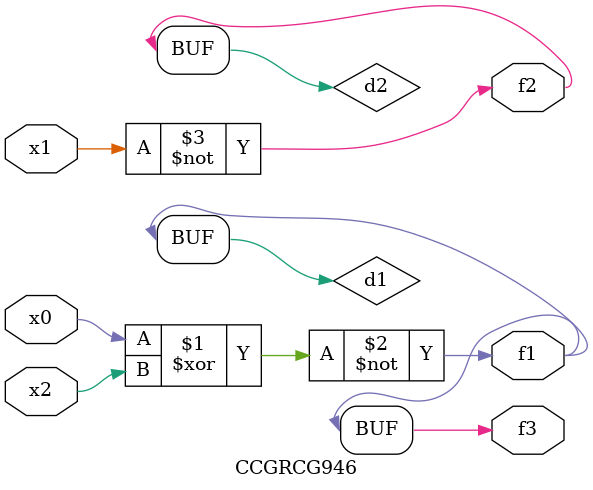
<source format=v>
module CCGRCG946(
	input x0, x1, x2,
	output f1, f2, f3
);

	wire d1, d2, d3;

	xnor (d1, x0, x2);
	nand (d2, x1);
	nor (d3, x1, x2);
	assign f1 = d1;
	assign f2 = d2;
	assign f3 = d1;
endmodule

</source>
